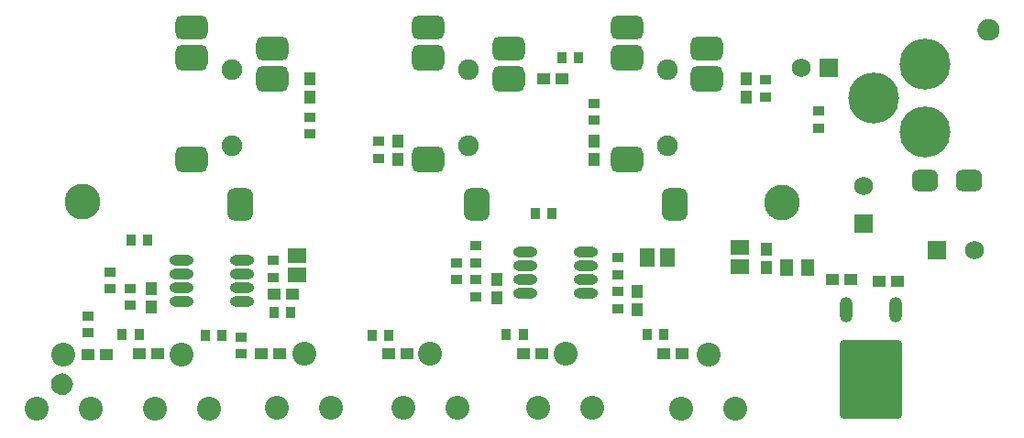
<source format=gts>
G04 Layer_Color=8388736*
%FSLAX24Y24*%
%MOIN*%
G70*
G01*
G75*
%ADD45R,0.0474X0.0434*%
%ADD46R,0.0434X0.0474*%
%ADD47R,0.0651X0.0533*%
%ADD48R,0.0533X0.0651*%
%ADD49O,0.0880X0.0375*%
G04:AMPARAMS|DCode=50|XSize=287.5mil|YSize=226.5mil|CornerRadius=14.9mil|HoleSize=0mil|Usage=FLASHONLY|Rotation=270.000|XOffset=0mil|YOffset=0mil|HoleType=Round|Shape=RoundedRectangle|*
%AMROUNDEDRECTD50*
21,1,0.2875,0.1967,0,0,270.0*
21,1,0.2577,0.2265,0,0,270.0*
1,1,0.0299,-0.0983,-0.1288*
1,1,0.0299,-0.0983,0.1288*
1,1,0.0299,0.0983,0.1288*
1,1,0.0299,0.0983,-0.1288*
%
%ADD50ROUNDEDRECTD50*%
%ADD51O,0.0474X0.0926*%
%ADD52R,0.0434X0.0356*%
%ADD53R,0.0356X0.0434*%
%ADD54R,0.0493X0.0631*%
G04:AMPARAMS|DCode=55|XSize=94.6mil|YSize=76.9mil|CornerRadius=21.2mil|HoleSize=0mil|Usage=FLASHONLY|Rotation=0.000|XOffset=0mil|YOffset=0mil|HoleType=Round|Shape=RoundedRectangle|*
%AMROUNDEDRECTD55*
21,1,0.0946,0.0344,0,0,0.0*
21,1,0.0522,0.0769,0,0,0.0*
1,1,0.0424,0.0261,-0.0172*
1,1,0.0424,-0.0261,-0.0172*
1,1,0.0424,-0.0261,0.0172*
1,1,0.0424,0.0261,0.0172*
%
%ADD55ROUNDEDRECTD55*%
G04:AMPARAMS|DCode=56|XSize=94.6mil|YSize=118.2mil|CornerRadius=25.7mil|HoleSize=0mil|Usage=FLASHONLY|Rotation=0.000|XOffset=0mil|YOffset=0mil|HoleType=Round|Shape=RoundedRectangle|*
%AMROUNDEDRECTD56*
21,1,0.0946,0.0669,0,0,0.0*
21,1,0.0433,0.1182,0,0,0.0*
1,1,0.0513,0.0217,-0.0335*
1,1,0.0513,-0.0217,-0.0335*
1,1,0.0513,-0.0217,0.0335*
1,1,0.0513,0.0217,0.0335*
%
%ADD56ROUNDEDRECTD56*%
G04:AMPARAMS|DCode=57|XSize=94.6mil|YSize=118.2mil|CornerRadius=25.7mil|HoleSize=0mil|Usage=FLASHONLY|Rotation=270.000|XOffset=0mil|YOffset=0mil|HoleType=Round|Shape=RoundedRectangle|*
%AMROUNDEDRECTD57*
21,1,0.0946,0.0669,0,0,270.0*
21,1,0.0433,0.1182,0,0,270.0*
1,1,0.0513,-0.0335,-0.0217*
1,1,0.0513,-0.0335,0.0217*
1,1,0.0513,0.0335,0.0217*
1,1,0.0513,0.0335,-0.0217*
%
%ADD57ROUNDEDRECTD57*%
G04:AMPARAMS|DCode=58|XSize=86.7mil|YSize=118.2mil|CornerRadius=23.7mil|HoleSize=0mil|Usage=FLASHONLY|Rotation=270.000|XOffset=0mil|YOffset=0mil|HoleType=Round|Shape=RoundedRectangle|*
%AMROUNDEDRECTD58*
21,1,0.0867,0.0709,0,0,270.0*
21,1,0.0394,0.1182,0,0,270.0*
1,1,0.0474,-0.0354,-0.0197*
1,1,0.0474,-0.0354,0.0197*
1,1,0.0474,0.0354,0.0197*
1,1,0.0474,0.0354,-0.0197*
%
%ADD58ROUNDEDRECTD58*%
%ADD59C,0.1852*%
%ADD60C,0.1300*%
%ADD61R,0.0680X0.0680*%
%ADD62C,0.0680*%
%ADD63R,0.0680X0.0680*%
%ADD64C,0.0867*%
%ADD65C,0.0749*%
G36*
X56392Y45206D02*
X56488Y45167D01*
X56570Y45104D01*
X56633Y45021D01*
X56673Y44926D01*
X56686Y44823D01*
X56673Y44720D01*
X56633Y44624D01*
X56570Y44542D01*
X56488Y44479D01*
X56392Y44439D01*
X56289Y44426D01*
X56187Y44439D01*
X56091Y44479D01*
X56009Y44542D01*
X55945Y44624D01*
X55906Y44720D01*
X55892Y44823D01*
X55906Y44926D01*
X55945Y45021D01*
X56009Y45104D01*
X56091Y45167D01*
X56187Y45206D01*
X56289Y45220D01*
X56392Y45206D01*
D02*
G37*
G36*
X22701Y32323D02*
X22797Y32283D01*
X22879Y32220D01*
X22942Y32138D01*
X22982Y32042D01*
X22996Y31939D01*
X22982Y31836D01*
X22942Y31740D01*
X22879Y31658D01*
X22797Y31595D01*
X22701Y31555D01*
X22598Y31542D01*
X22496Y31555D01*
X22400Y31595D01*
X22318Y31658D01*
X22255Y31740D01*
X22215Y31836D01*
X22201Y31939D01*
X22215Y32042D01*
X22255Y32138D01*
X22318Y32220D01*
X22400Y32283D01*
X22496Y32323D01*
X22598Y32336D01*
X22701Y32323D01*
D02*
G37*
D45*
X24222Y33002D02*
D03*
X23553D02*
D03*
X25394Y33031D02*
D03*
X26063D02*
D03*
X40098Y43051D02*
D03*
X40768D02*
D03*
X29843Y33031D02*
D03*
X30512D02*
D03*
X34478D02*
D03*
X35148D02*
D03*
X30965Y35217D02*
D03*
X30295D02*
D03*
X39360Y33031D02*
D03*
X40030D02*
D03*
X44478D02*
D03*
X45148D02*
D03*
X52963Y35689D02*
D03*
X52293D02*
D03*
X50620Y35748D02*
D03*
X51289D02*
D03*
D46*
X25827Y34754D02*
D03*
Y35423D02*
D03*
X34803Y40098D02*
D03*
Y40768D02*
D03*
X47470Y43051D02*
D03*
Y42382D02*
D03*
X38396Y35059D02*
D03*
Y35728D02*
D03*
X31614Y42382D02*
D03*
Y43051D02*
D03*
X41949Y40108D02*
D03*
Y40778D02*
D03*
X43504Y34626D02*
D03*
Y35295D02*
D03*
X48209Y36181D02*
D03*
Y36850D02*
D03*
D47*
X31132Y36624D02*
D03*
Y35915D02*
D03*
X47244Y36909D02*
D03*
Y36201D02*
D03*
D48*
X43888Y36526D02*
D03*
X44596D02*
D03*
D49*
X26939Y36427D02*
D03*
Y35927D02*
D03*
X29139D02*
D03*
Y36427D02*
D03*
X26939Y34927D02*
D03*
X29139D02*
D03*
X26939Y35427D02*
D03*
X29139D02*
D03*
X39449Y36732D02*
D03*
Y36232D02*
D03*
X41649D02*
D03*
Y36732D02*
D03*
X39449Y35232D02*
D03*
X41649D02*
D03*
X39449Y35732D02*
D03*
X41649D02*
D03*
D50*
X51998Y32096D02*
D03*
D51*
X52896Y34656D02*
D03*
X51100D02*
D03*
D52*
X23533Y34409D02*
D03*
Y33799D02*
D03*
X24341Y35414D02*
D03*
Y36024D02*
D03*
X25069Y34803D02*
D03*
Y35413D02*
D03*
X29114Y33642D02*
D03*
Y33031D02*
D03*
X30285Y35817D02*
D03*
Y36427D02*
D03*
X34094Y40767D02*
D03*
Y40157D02*
D03*
X37638Y36968D02*
D03*
Y36358D02*
D03*
X36949Y35729D02*
D03*
Y36339D02*
D03*
X48179Y42382D02*
D03*
Y42992D02*
D03*
X37648Y35118D02*
D03*
Y35728D02*
D03*
X31614Y41034D02*
D03*
Y41644D02*
D03*
X42795Y35916D02*
D03*
Y36526D02*
D03*
X41949Y41536D02*
D03*
Y42146D02*
D03*
X42805Y34685D02*
D03*
Y35295D02*
D03*
X50108Y41860D02*
D03*
Y41250D02*
D03*
D53*
X25708Y37175D02*
D03*
X25098D02*
D03*
X24784Y33730D02*
D03*
X25394D02*
D03*
X40768Y43809D02*
D03*
X41378D02*
D03*
X27805Y33701D02*
D03*
X28415D02*
D03*
X33868Y33720D02*
D03*
X34478D02*
D03*
X30905Y34547D02*
D03*
X30295D02*
D03*
X38750Y33730D02*
D03*
X39360D02*
D03*
X43868D02*
D03*
X44478D02*
D03*
X40423Y38150D02*
D03*
X39813D02*
D03*
D54*
X48957Y36181D02*
D03*
X49705D02*
D03*
D55*
X53976Y39341D02*
D03*
X55591D02*
D03*
D56*
X37667Y38484D02*
D03*
X44892D02*
D03*
X29075D02*
D03*
D57*
X35915Y40098D02*
D03*
X38829Y43051D02*
D03*
X35915Y43799D02*
D03*
X43140Y40098D02*
D03*
X46053Y43051D02*
D03*
X43140Y43799D02*
D03*
X27323Y40098D02*
D03*
X30236Y43051D02*
D03*
X27323Y43799D02*
D03*
D58*
X38829Y44154D02*
D03*
X35915Y44902D02*
D03*
X46053Y44154D02*
D03*
X43140Y44902D02*
D03*
X30236Y44154D02*
D03*
X27323Y44902D02*
D03*
D59*
X53976Y43563D02*
D03*
Y41122D02*
D03*
X52126Y42343D02*
D03*
D60*
X23339Y38569D02*
D03*
X48772Y38530D02*
D03*
D61*
X54400Y36801D02*
D03*
X50492Y43445D02*
D03*
D62*
X55778Y36801D02*
D03*
X51752Y39144D02*
D03*
X49492Y43445D02*
D03*
D63*
X51752Y37766D02*
D03*
D64*
X21663Y31053D02*
D03*
X22648Y33022D02*
D03*
X25984Y31053D02*
D03*
X26959Y33022D02*
D03*
X30413Y31063D02*
D03*
X35000Y31063D02*
D03*
X31398Y33031D02*
D03*
X39921Y31063D02*
D03*
X35984Y33031D02*
D03*
X45108Y31053D02*
D03*
X40906Y33031D02*
D03*
X46093Y33022D02*
D03*
X23632Y31053D02*
D03*
X27953D02*
D03*
X32382Y31063D02*
D03*
X36969Y31063D02*
D03*
X41890Y31063D02*
D03*
X47077Y31053D02*
D03*
D65*
X37372Y43366D02*
D03*
Y40610D02*
D03*
X44596Y43366D02*
D03*
Y40610D02*
D03*
X28780Y43366D02*
D03*
Y40610D02*
D03*
M02*

</source>
